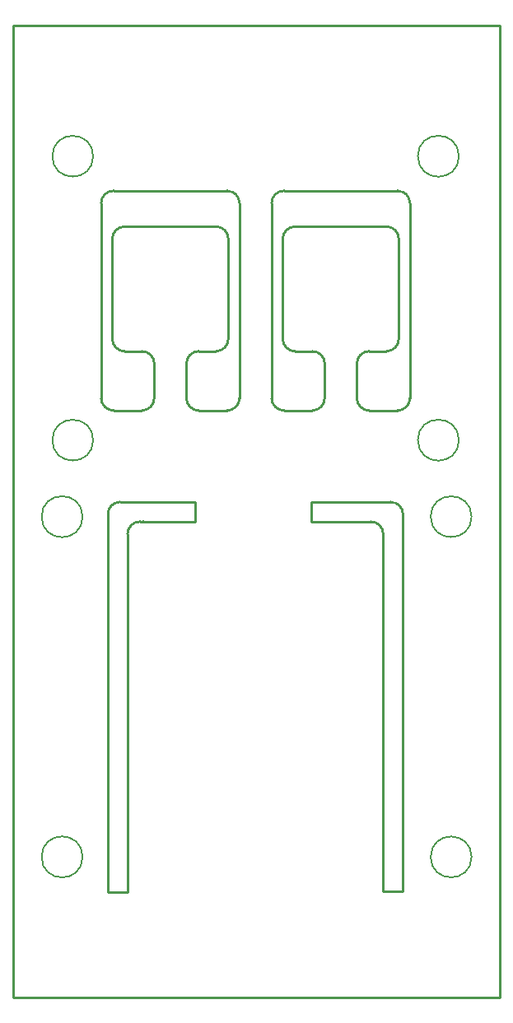
<source format=gko>
G04*
G04 #@! TF.GenerationSoftware,Altium Limited,Altium Designer,22.4.2 (48)*
G04*
G04 Layer_Color=16711935*
%FSLAX25Y25*%
%MOIN*%
G70*
G04*
G04 #@! TF.SameCoordinates,F473D59A-574F-4481-BB9C-DFA0211E3A26*
G04*
G04*
G04 #@! TF.FilePolarity,Positive*
G04*
G01*
G75*
%ADD12C,0.01000*%
%ADD17C,0.00591*%
D12*
X-132185Y117295D02*
G03*
X-137185Y112295I0J-5000D01*
G01*
X-90185D02*
G03*
X-95185Y117295I-5000J0D01*
G01*
X-63185D02*
G03*
X-68185Y112295I0J-5000D01*
G01*
X-21185D02*
G03*
X-26185Y117295I-5000J0D01*
G01*
X-27492Y-151898D02*
G03*
X-27378Y-152012I114J0D01*
G01*
X-19492Y756D02*
G03*
X-24492Y5756I-5000J0D01*
G01*
X-133992D02*
G03*
X-138992Y756I0J-5000D01*
G01*
X-90685Y42795D02*
G03*
X-85685Y47795I0J5000D01*
G01*
X-107185D02*
G03*
X-102185Y42795I5000J0D01*
G01*
Y66795D02*
G03*
X-107185Y61795I0J-5000D01*
G01*
X-95185Y66795D02*
G03*
X-90185Y71795I0J5000D01*
G01*
X-137185D02*
G03*
X-132185Y66795I5000J0D01*
G01*
X-120185Y61795D02*
G03*
X-125185Y66795I-5000J0D01*
G01*
Y42795D02*
G03*
X-120185Y47795I0J5000D01*
G01*
X-141685D02*
G03*
X-136685Y42795I5000J0D01*
G01*
Y131795D02*
G03*
X-141685Y126795I0J-5000D01*
G01*
X-85685D02*
G03*
X-90685Y131795I-5000J0D01*
G01*
X-21685Y42795D02*
G03*
X-16685Y47795I0J5000D01*
G01*
X-38185D02*
G03*
X-33185Y42795I5000J0D01*
G01*
Y66795D02*
G03*
X-38185Y61795I0J-5000D01*
G01*
X-26185Y66795D02*
G03*
X-21185Y71795I0J5000D01*
G01*
X-68185D02*
G03*
X-63185Y66795I5000J0D01*
G01*
X-51185Y61795D02*
G03*
X-56185Y66795I-5000J0D01*
G01*
Y42795D02*
G03*
X-51185Y47795I0J5000D01*
G01*
X-72685D02*
G03*
X-67685Y42795I5000J0D01*
G01*
Y131795D02*
G03*
X-72685Y126795I0J-5000D01*
G01*
X-16685D02*
G03*
X-21685Y131795I-5000J0D01*
G01*
X-27492Y-7205D02*
G03*
X-32492Y-2205I-5000J0D01*
G01*
X-125992D02*
G03*
X-130992Y-7205I0J-5000D01*
G01*
X-124685Y-2205D02*
G03*
X-124646Y-2244I39J0D01*
G01*
X-103724D02*
G03*
X-103685Y-2205I0J39D01*
G01*
X-68185Y71795D02*
Y106795D01*
Y112295D01*
X-137185Y98795D02*
Y112295D01*
X-90185Y100795D02*
Y112295D01*
X-27378Y-152012D02*
X-19492D01*
X-56685Y1795D02*
Y5756D01*
X-36724D02*
X-24492D01*
X-19492Y-4205D02*
Y756D01*
X-138992Y-152244D02*
X-134992D01*
X-138992Y-7744D02*
Y756D01*
X-133992Y5756D02*
X-128492D01*
X-103685Y1756D02*
Y5756D01*
X-85685Y47795D02*
Y98295D01*
X-102185Y42795D02*
X-90685D01*
X-107185Y47795D02*
Y61795D01*
X-102185Y66795D02*
X-95185D01*
X-90185Y71795D02*
Y100795D01*
X-132185Y117295D02*
X-95185D01*
X-137185Y71795D02*
Y98795D01*
X-132185Y66795D02*
X-125185D01*
X-120185Y47795D02*
Y61795D01*
X-136685Y42795D02*
X-125185D01*
X-141685Y47795D02*
Y126795D01*
X-136685Y131795D02*
X-90685D01*
X-85685Y98295D02*
Y126795D01*
X-16685Y47795D02*
Y103295D01*
X-33185Y42795D02*
X-21685D01*
X-38185Y47795D02*
Y61795D01*
X-33185Y66795D02*
X-26185D01*
X-21185Y71795D02*
Y112295D01*
X-63185Y117295D02*
X-26185D01*
X-63185Y66795D02*
X-56185D01*
X-51185Y47795D02*
Y61795D01*
X-67685Y42795D02*
X-56185D01*
X-72685Y47795D02*
Y126795D01*
X-67685Y131795D02*
X-21685D01*
X-16685Y103295D02*
Y126795D01*
X-27492Y-151898D02*
Y-7205D01*
X-56685Y-2205D02*
X-32492D01*
X-56685D02*
Y1795D01*
Y5756D02*
X-36724D01*
X-19492Y-152012D02*
Y-4205D01*
X-134992Y-152244D02*
X-130992D01*
Y-7205D01*
X-125992Y-2205D02*
X-124685D01*
X-124646Y-2244D02*
X-103724D01*
X-103685Y-2205D02*
Y1756D01*
X-128492Y5756D02*
X-103685D01*
X-138992Y-152244D02*
Y-7744D01*
X19665Y-194905D02*
Y198795D01*
X-177185Y-194905D02*
X19665D01*
X-177185D02*
Y-112205D01*
Y193795D02*
Y198795D01*
X-175685D01*
X-177185Y-112205D02*
Y193795D01*
X-175685Y198795D02*
X19665D01*
D17*
X8248Y-138000D02*
G03*
X8248Y-138000I-8268J0D01*
G01*
X-149192D02*
G03*
X-149192Y-138000I-8308J0D01*
G01*
X8248Y-205D02*
G03*
X8248Y-205I-8268J0D01*
G01*
X-149192D02*
G03*
X-149192Y-205I-8308J0D01*
G01*
X-144917Y30795D02*
G03*
X-144917Y30795I-8268J0D01*
G01*
X3123D02*
G03*
X3123Y30795I-8308J0D01*
G01*
Y145795D02*
G03*
X3123Y145795I-8308J0D01*
G01*
X-144917D02*
G03*
X-144917Y145795I-8268J0D01*
G01*
M02*

</source>
